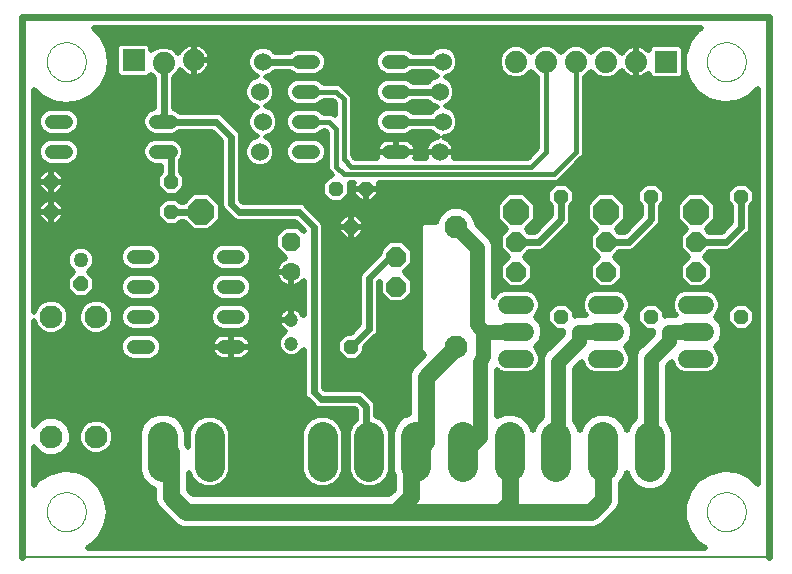
<source format=gtl>
G75*
%MOIN*%
%OFA0B0*%
%FSLAX24Y24*%
%IPPOS*%
%LPD*%
%AMOC8*
5,1,8,0,0,1.08239X$1,22.5*
%
%ADD10C,0.0080*%
%ADD11C,0.0240*%
%ADD12C,0.0600*%
%ADD13C,0.0000*%
%ADD14OC8,0.0500*%
%ADD15C,0.0500*%
%ADD16OC8,0.0630*%
%ADD17C,0.0630*%
%ADD18OC8,0.0480*%
%ADD19OC8,0.0660*%
%ADD20C,0.0480*%
%ADD21C,0.0472*%
%ADD22C,0.0760*%
%ADD23R,0.0740X0.0740*%
%ADD24C,0.0740*%
%ADD25C,0.0600*%
%ADD26OC8,0.0850*%
%ADD27C,0.1004*%
%ADD28C,0.0560*%
%ADD29C,0.0500*%
%ADD30C,0.0160*%
%ADD31C,0.0200*%
D10*
X006373Y004935D02*
X031273Y004935D01*
X020383Y019435D02*
X020333Y019435D01*
X020283Y020435D02*
X020233Y020435D01*
X020333Y021435D02*
X020383Y021435D01*
D11*
X006373Y022931D02*
X006373Y004935D01*
X016083Y010435D02*
X016083Y015935D01*
X015583Y016435D01*
X013583Y016435D01*
X013333Y016685D01*
X013333Y018935D01*
X012833Y019435D01*
X010833Y019435D01*
X011083Y019685D01*
X011083Y021385D01*
X010833Y018435D02*
X011333Y018435D01*
X011333Y017435D01*
X011333Y016435D02*
X012333Y016435D01*
X017333Y011935D02*
X017933Y012535D01*
X017933Y014235D01*
X018633Y014935D01*
X018833Y014935D01*
X022833Y015435D02*
X023583Y015435D01*
X024333Y016185D01*
X024333Y016935D01*
X025833Y015435D02*
X026583Y015435D01*
X027333Y016185D01*
X027333Y016935D01*
X028833Y015435D02*
X029833Y015435D01*
X030333Y015935D01*
X030333Y016935D01*
X031273Y022931D02*
X006373Y022931D01*
X014383Y021435D02*
X015833Y021435D01*
X018833Y021435D02*
X020333Y021435D01*
X020233Y020435D02*
X018833Y020435D01*
X018833Y019435D02*
X020333Y019435D01*
X016083Y010435D02*
X016333Y010185D01*
X017583Y010185D01*
X017833Y009935D01*
X017833Y008685D01*
X017935Y008435D01*
X031273Y004935D02*
X031273Y022931D01*
D12*
X029133Y013335D02*
X028533Y013335D01*
X028533Y012435D02*
X029133Y012435D01*
X029133Y011535D02*
X028533Y011535D01*
X026133Y011535D02*
X025533Y011535D01*
X025533Y012435D02*
X026133Y012435D01*
X026133Y013335D02*
X025533Y013335D01*
X023133Y013335D02*
X022533Y013335D01*
X022533Y012435D02*
X023133Y012435D01*
X023133Y011535D02*
X022533Y011535D01*
D13*
X029183Y006435D02*
X029185Y006485D01*
X029191Y006535D01*
X029201Y006585D01*
X029214Y006633D01*
X029231Y006681D01*
X029252Y006727D01*
X029276Y006771D01*
X029304Y006813D01*
X029335Y006853D01*
X029369Y006890D01*
X029406Y006925D01*
X029445Y006956D01*
X029486Y006985D01*
X029530Y007010D01*
X029576Y007032D01*
X029623Y007050D01*
X029671Y007064D01*
X029720Y007075D01*
X029770Y007082D01*
X029820Y007085D01*
X029871Y007084D01*
X029921Y007079D01*
X029971Y007070D01*
X030019Y007058D01*
X030067Y007041D01*
X030113Y007021D01*
X030158Y006998D01*
X030201Y006971D01*
X030241Y006941D01*
X030279Y006908D01*
X030314Y006872D01*
X030347Y006833D01*
X030376Y006792D01*
X030402Y006749D01*
X030425Y006704D01*
X030444Y006657D01*
X030459Y006609D01*
X030471Y006560D01*
X030479Y006510D01*
X030483Y006460D01*
X030483Y006410D01*
X030479Y006360D01*
X030471Y006310D01*
X030459Y006261D01*
X030444Y006213D01*
X030425Y006166D01*
X030402Y006121D01*
X030376Y006078D01*
X030347Y006037D01*
X030314Y005998D01*
X030279Y005962D01*
X030241Y005929D01*
X030201Y005899D01*
X030158Y005872D01*
X030113Y005849D01*
X030067Y005829D01*
X030019Y005812D01*
X029971Y005800D01*
X029921Y005791D01*
X029871Y005786D01*
X029820Y005785D01*
X029770Y005788D01*
X029720Y005795D01*
X029671Y005806D01*
X029623Y005820D01*
X029576Y005838D01*
X029530Y005860D01*
X029486Y005885D01*
X029445Y005914D01*
X029406Y005945D01*
X029369Y005980D01*
X029335Y006017D01*
X029304Y006057D01*
X029276Y006099D01*
X029252Y006143D01*
X029231Y006189D01*
X029214Y006237D01*
X029201Y006285D01*
X029191Y006335D01*
X029185Y006385D01*
X029183Y006435D01*
X029183Y021435D02*
X029185Y021485D01*
X029191Y021535D01*
X029201Y021585D01*
X029214Y021633D01*
X029231Y021681D01*
X029252Y021727D01*
X029276Y021771D01*
X029304Y021813D01*
X029335Y021853D01*
X029369Y021890D01*
X029406Y021925D01*
X029445Y021956D01*
X029486Y021985D01*
X029530Y022010D01*
X029576Y022032D01*
X029623Y022050D01*
X029671Y022064D01*
X029720Y022075D01*
X029770Y022082D01*
X029820Y022085D01*
X029871Y022084D01*
X029921Y022079D01*
X029971Y022070D01*
X030019Y022058D01*
X030067Y022041D01*
X030113Y022021D01*
X030158Y021998D01*
X030201Y021971D01*
X030241Y021941D01*
X030279Y021908D01*
X030314Y021872D01*
X030347Y021833D01*
X030376Y021792D01*
X030402Y021749D01*
X030425Y021704D01*
X030444Y021657D01*
X030459Y021609D01*
X030471Y021560D01*
X030479Y021510D01*
X030483Y021460D01*
X030483Y021410D01*
X030479Y021360D01*
X030471Y021310D01*
X030459Y021261D01*
X030444Y021213D01*
X030425Y021166D01*
X030402Y021121D01*
X030376Y021078D01*
X030347Y021037D01*
X030314Y020998D01*
X030279Y020962D01*
X030241Y020929D01*
X030201Y020899D01*
X030158Y020872D01*
X030113Y020849D01*
X030067Y020829D01*
X030019Y020812D01*
X029971Y020800D01*
X029921Y020791D01*
X029871Y020786D01*
X029820Y020785D01*
X029770Y020788D01*
X029720Y020795D01*
X029671Y020806D01*
X029623Y020820D01*
X029576Y020838D01*
X029530Y020860D01*
X029486Y020885D01*
X029445Y020914D01*
X029406Y020945D01*
X029369Y020980D01*
X029335Y021017D01*
X029304Y021057D01*
X029276Y021099D01*
X029252Y021143D01*
X029231Y021189D01*
X029214Y021237D01*
X029201Y021285D01*
X029191Y021335D01*
X029185Y021385D01*
X029183Y021435D01*
X007183Y021435D02*
X007185Y021485D01*
X007191Y021535D01*
X007201Y021585D01*
X007214Y021633D01*
X007231Y021681D01*
X007252Y021727D01*
X007276Y021771D01*
X007304Y021813D01*
X007335Y021853D01*
X007369Y021890D01*
X007406Y021925D01*
X007445Y021956D01*
X007486Y021985D01*
X007530Y022010D01*
X007576Y022032D01*
X007623Y022050D01*
X007671Y022064D01*
X007720Y022075D01*
X007770Y022082D01*
X007820Y022085D01*
X007871Y022084D01*
X007921Y022079D01*
X007971Y022070D01*
X008019Y022058D01*
X008067Y022041D01*
X008113Y022021D01*
X008158Y021998D01*
X008201Y021971D01*
X008241Y021941D01*
X008279Y021908D01*
X008314Y021872D01*
X008347Y021833D01*
X008376Y021792D01*
X008402Y021749D01*
X008425Y021704D01*
X008444Y021657D01*
X008459Y021609D01*
X008471Y021560D01*
X008479Y021510D01*
X008483Y021460D01*
X008483Y021410D01*
X008479Y021360D01*
X008471Y021310D01*
X008459Y021261D01*
X008444Y021213D01*
X008425Y021166D01*
X008402Y021121D01*
X008376Y021078D01*
X008347Y021037D01*
X008314Y020998D01*
X008279Y020962D01*
X008241Y020929D01*
X008201Y020899D01*
X008158Y020872D01*
X008113Y020849D01*
X008067Y020829D01*
X008019Y020812D01*
X007971Y020800D01*
X007921Y020791D01*
X007871Y020786D01*
X007820Y020785D01*
X007770Y020788D01*
X007720Y020795D01*
X007671Y020806D01*
X007623Y020820D01*
X007576Y020838D01*
X007530Y020860D01*
X007486Y020885D01*
X007445Y020914D01*
X007406Y020945D01*
X007369Y020980D01*
X007335Y021017D01*
X007304Y021057D01*
X007276Y021099D01*
X007252Y021143D01*
X007231Y021189D01*
X007214Y021237D01*
X007201Y021285D01*
X007191Y021335D01*
X007185Y021385D01*
X007183Y021435D01*
X007183Y006435D02*
X007185Y006485D01*
X007191Y006535D01*
X007201Y006585D01*
X007214Y006633D01*
X007231Y006681D01*
X007252Y006727D01*
X007276Y006771D01*
X007304Y006813D01*
X007335Y006853D01*
X007369Y006890D01*
X007406Y006925D01*
X007445Y006956D01*
X007486Y006985D01*
X007530Y007010D01*
X007576Y007032D01*
X007623Y007050D01*
X007671Y007064D01*
X007720Y007075D01*
X007770Y007082D01*
X007820Y007085D01*
X007871Y007084D01*
X007921Y007079D01*
X007971Y007070D01*
X008019Y007058D01*
X008067Y007041D01*
X008113Y007021D01*
X008158Y006998D01*
X008201Y006971D01*
X008241Y006941D01*
X008279Y006908D01*
X008314Y006872D01*
X008347Y006833D01*
X008376Y006792D01*
X008402Y006749D01*
X008425Y006704D01*
X008444Y006657D01*
X008459Y006609D01*
X008471Y006560D01*
X008479Y006510D01*
X008483Y006460D01*
X008483Y006410D01*
X008479Y006360D01*
X008471Y006310D01*
X008459Y006261D01*
X008444Y006213D01*
X008425Y006166D01*
X008402Y006121D01*
X008376Y006078D01*
X008347Y006037D01*
X008314Y005998D01*
X008279Y005962D01*
X008241Y005929D01*
X008201Y005899D01*
X008158Y005872D01*
X008113Y005849D01*
X008067Y005829D01*
X008019Y005812D01*
X007971Y005800D01*
X007921Y005791D01*
X007871Y005786D01*
X007820Y005785D01*
X007770Y005788D01*
X007720Y005795D01*
X007671Y005806D01*
X007623Y005820D01*
X007576Y005838D01*
X007530Y005860D01*
X007486Y005885D01*
X007445Y005914D01*
X007406Y005945D01*
X007369Y005980D01*
X007335Y006017D01*
X007304Y006057D01*
X007276Y006099D01*
X007252Y006143D01*
X007231Y006189D01*
X007214Y006237D01*
X007201Y006285D01*
X007191Y006335D01*
X007185Y006385D01*
X007183Y006435D01*
D14*
X008333Y014035D03*
D15*
X008333Y014835D03*
D16*
X015333Y015435D03*
D17*
X015333Y014435D03*
D18*
X017333Y015935D03*
X017833Y017185D03*
X016833Y017185D03*
X017333Y011935D03*
X011333Y016435D03*
X011333Y017435D03*
X007333Y017435D03*
X007333Y016435D03*
X024333Y016935D03*
X027333Y016935D03*
X030333Y016935D03*
X030333Y012935D03*
X027333Y012935D03*
X024333Y012935D03*
D19*
X025833Y014435D03*
X025833Y015435D03*
X022833Y015435D03*
X022833Y014435D03*
X018833Y013935D03*
X018833Y014935D03*
X028833Y014435D03*
X028833Y015435D03*
D20*
X019073Y018435D02*
X018593Y018435D01*
X018593Y019435D02*
X019073Y019435D01*
X019073Y020435D02*
X018593Y020435D01*
X018593Y021435D02*
X019073Y021435D01*
X016073Y021435D02*
X015593Y021435D01*
X015593Y020435D02*
X016073Y020435D01*
X016073Y019435D02*
X015593Y019435D01*
X015593Y018435D02*
X016073Y018435D01*
X013573Y014935D02*
X013093Y014935D01*
X013093Y013935D02*
X013573Y013935D01*
X013573Y012935D02*
X013093Y012935D01*
X013093Y011935D02*
X013573Y011935D01*
X010573Y011935D02*
X010093Y011935D01*
X010093Y012935D02*
X010573Y012935D01*
X010573Y013935D02*
X010093Y013935D01*
X010093Y014935D02*
X010573Y014935D01*
X010833Y018435D02*
X011313Y018435D01*
X011313Y019435D02*
X010833Y019435D01*
X007833Y019435D02*
X007353Y019435D01*
X007353Y018435D02*
X007833Y018435D01*
D21*
X015333Y012829D03*
X015333Y012041D03*
D22*
X020833Y011935D03*
X020833Y015935D03*
X008833Y012935D03*
X007333Y012935D03*
X007333Y008935D03*
X008833Y008935D03*
D23*
X010083Y021485D03*
X027833Y021435D03*
D24*
X026833Y021435D03*
X025833Y021435D03*
X024833Y021435D03*
X023833Y021435D03*
X022833Y021435D03*
X012083Y021485D03*
X011083Y021385D03*
D25*
X014383Y021435D03*
X014283Y020435D03*
X014383Y019435D03*
X014283Y018435D03*
X020283Y018435D03*
X020383Y019435D03*
X020283Y020435D03*
X020383Y021435D03*
D26*
X022833Y016435D03*
X025833Y016435D03*
X028833Y016435D03*
X012333Y016435D03*
D27*
X012612Y008937D02*
X012612Y007933D01*
X011053Y007933D02*
X011053Y008937D01*
X016376Y008937D02*
X016376Y007933D01*
X017935Y007933D02*
X017935Y008937D01*
X019494Y008937D02*
X019494Y007933D01*
X021053Y007933D02*
X021053Y008937D01*
X022612Y008937D02*
X022612Y007933D01*
X024172Y007933D02*
X024172Y008937D01*
X025731Y008937D02*
X025731Y007933D01*
X027290Y007933D02*
X027290Y008937D01*
D28*
X025731Y008435D02*
X025731Y006833D01*
X025333Y006435D01*
X022333Y006435D01*
X018833Y006435D01*
X019333Y006935D01*
X019333Y008274D01*
X019494Y008435D01*
X019833Y008774D01*
X019833Y010935D01*
X020833Y011935D01*
X022612Y008435D02*
X022612Y006715D01*
X022333Y006435D01*
X018833Y006435D02*
X011833Y006435D01*
X011333Y006935D01*
X011333Y007435D01*
X011333Y008435D01*
X011053Y008435D01*
D29*
X021053Y008435D02*
X021133Y008435D01*
X021633Y008935D01*
X021633Y011435D01*
X021733Y011635D01*
X021733Y012435D01*
X022833Y012435D01*
X021733Y012435D02*
X021533Y012685D01*
X021533Y015235D01*
X020833Y015935D01*
X024933Y012435D02*
X024933Y012135D01*
X024233Y011435D01*
X024233Y008435D01*
X024172Y008435D01*
X027290Y008435D02*
X027333Y008435D01*
X027333Y011535D01*
X027933Y012135D01*
X027933Y012435D01*
X028833Y012435D01*
X025833Y012435D02*
X024933Y012435D01*
D30*
X024083Y017685D02*
X024833Y018435D01*
X024833Y021435D01*
X023833Y021435D02*
X023833Y018435D01*
X023333Y017935D01*
X017333Y017935D01*
X017083Y018185D01*
X017083Y020185D01*
X016833Y020435D01*
X015833Y020435D01*
X015833Y019435D02*
X016583Y019435D01*
X016833Y019185D01*
X016833Y017935D01*
X017083Y017685D01*
X024083Y017685D01*
D31*
X024167Y017395D02*
X024253Y017431D01*
X025003Y018181D01*
X025087Y018265D01*
X025133Y018375D01*
X025133Y020921D01*
X025167Y020935D01*
X025333Y021101D01*
X025499Y020935D01*
X025716Y020845D01*
X025950Y020845D01*
X026167Y020935D01*
X026333Y021101D01*
X026347Y021134D01*
X026398Y021064D01*
X026462Y021000D01*
X026534Y020947D01*
X026614Y020907D01*
X026699Y020879D01*
X026788Y020865D01*
X026833Y020865D01*
X026878Y020865D01*
X026966Y020879D01*
X027052Y020907D01*
X027132Y020947D01*
X027204Y021000D01*
X027243Y021039D01*
X027243Y020974D01*
X027372Y020845D01*
X028294Y020845D01*
X028423Y020974D01*
X028423Y021896D01*
X028294Y022025D01*
X027372Y022025D01*
X027243Y021896D01*
X027243Y021831D01*
X027204Y021870D01*
X027132Y021923D01*
X027052Y021963D01*
X026966Y021991D01*
X026878Y022005D01*
X026833Y022005D01*
X026833Y021435D01*
X026833Y021435D01*
X026833Y020865D01*
X026833Y021435D01*
X026833Y021435D01*
X026833Y022005D01*
X026788Y022005D01*
X026699Y021991D01*
X026614Y021963D01*
X026534Y021923D01*
X026462Y021870D01*
X026398Y021806D01*
X026347Y021736D01*
X026333Y021769D01*
X026167Y021935D01*
X025950Y022025D01*
X025716Y022025D01*
X025499Y021935D01*
X025333Y021769D01*
X025167Y021935D01*
X024950Y022025D01*
X024716Y022025D01*
X024499Y021935D01*
X024333Y021769D01*
X024167Y021935D01*
X023950Y022025D01*
X023716Y022025D01*
X023499Y021935D01*
X023333Y021769D01*
X023167Y021935D01*
X022950Y022025D01*
X022716Y022025D01*
X022499Y021935D01*
X022333Y021769D01*
X022243Y021552D01*
X022243Y021318D01*
X022333Y021101D01*
X022499Y020935D01*
X022716Y020845D01*
X022950Y020845D01*
X023167Y020935D01*
X023333Y021101D01*
X023499Y020935D01*
X023533Y020921D01*
X023533Y018559D01*
X023209Y018235D01*
X020742Y018235D01*
X020746Y018243D01*
X020771Y018318D01*
X020783Y018396D01*
X020783Y018435D01*
X020783Y018474D01*
X020771Y018552D01*
X020746Y018627D01*
X020711Y018697D01*
X020664Y018761D01*
X020609Y018816D01*
X020545Y018863D01*
X020475Y018898D01*
X020424Y018915D01*
X020486Y018915D01*
X020677Y018994D01*
X020824Y019140D01*
X020903Y019332D01*
X020903Y019538D01*
X020824Y019730D01*
X020677Y019876D01*
X020486Y019955D01*
X020483Y019955D01*
X020577Y019994D01*
X020724Y020140D01*
X020803Y020332D01*
X020803Y020538D01*
X020724Y020730D01*
X020577Y020876D01*
X020483Y020915D01*
X020486Y020915D01*
X020677Y020994D01*
X020824Y021140D01*
X020903Y021332D01*
X020903Y021538D01*
X020824Y021730D01*
X020677Y021876D01*
X020486Y021955D01*
X020280Y021955D01*
X020088Y021876D01*
X019988Y021775D01*
X019383Y021775D01*
X019334Y021825D01*
X019164Y021895D01*
X018501Y021895D01*
X018332Y021825D01*
X018203Y021696D01*
X018133Y021526D01*
X018133Y021343D01*
X018203Y021174D01*
X018332Y021045D01*
X018501Y020975D01*
X019164Y020975D01*
X019334Y021045D01*
X019383Y021095D01*
X019988Y021095D01*
X020088Y020994D01*
X020183Y020955D01*
X020180Y020955D01*
X019988Y020876D01*
X019888Y020775D01*
X019383Y020775D01*
X019334Y020825D01*
X019164Y020895D01*
X018501Y020895D01*
X018332Y020825D01*
X018203Y020696D01*
X018133Y020526D01*
X018133Y020343D01*
X018203Y020174D01*
X018332Y020045D01*
X018501Y019975D01*
X019164Y019975D01*
X019334Y020045D01*
X019383Y020095D01*
X019888Y020095D01*
X019988Y019994D01*
X020180Y019915D01*
X020183Y019915D01*
X020088Y019876D01*
X019988Y019775D01*
X019383Y019775D01*
X019334Y019825D01*
X019164Y019895D01*
X018501Y019895D01*
X018332Y019825D01*
X018203Y019696D01*
X018133Y019526D01*
X018133Y019343D01*
X018203Y019174D01*
X018332Y019045D01*
X018501Y018975D01*
X019164Y018975D01*
X019334Y019045D01*
X019383Y019095D01*
X019988Y019095D01*
X020088Y018994D01*
X020235Y018934D01*
X020166Y018923D01*
X020091Y018898D01*
X020021Y018863D01*
X019957Y018816D01*
X019902Y018761D01*
X019855Y018697D01*
X019820Y018627D01*
X019795Y018552D01*
X019783Y018474D01*
X019783Y018435D01*
X019783Y018396D01*
X019795Y018318D01*
X019820Y018243D01*
X019824Y018235D01*
X019465Y018235D01*
X019481Y018266D01*
X019502Y018332D01*
X019513Y018400D01*
X019513Y018435D01*
X019513Y018470D01*
X019502Y018538D01*
X019481Y018604D01*
X019449Y018666D01*
X019409Y018722D01*
X019360Y018771D01*
X019304Y018811D01*
X019242Y018843D01*
X019176Y018864D01*
X019108Y018875D01*
X018833Y018875D01*
X018833Y018435D01*
X019513Y018435D01*
X018833Y018435D01*
X018833Y018435D01*
X018833Y018435D01*
X018833Y018875D01*
X018558Y018875D01*
X018490Y018864D01*
X018424Y018843D01*
X018362Y018811D01*
X018306Y018771D01*
X018257Y018722D01*
X018217Y018666D01*
X018185Y018604D01*
X018164Y018538D01*
X018153Y018470D01*
X018153Y018435D01*
X018153Y018400D01*
X018164Y018332D01*
X018185Y018266D01*
X018201Y018235D01*
X017457Y018235D01*
X017383Y018309D01*
X017383Y020245D01*
X017337Y020355D01*
X017087Y020605D01*
X017003Y020689D01*
X016893Y020735D01*
X016423Y020735D01*
X016334Y020825D01*
X016164Y020895D01*
X015501Y020895D01*
X015332Y020825D01*
X015203Y020696D01*
X015133Y020526D01*
X015133Y020343D01*
X015203Y020174D01*
X015332Y020045D01*
X015501Y019975D01*
X016164Y019975D01*
X016334Y020045D01*
X016423Y020135D01*
X016709Y020135D01*
X016783Y020061D01*
X016783Y019659D01*
X016753Y019689D01*
X016643Y019735D01*
X016423Y019735D01*
X016334Y019825D01*
X016164Y019895D01*
X015501Y019895D01*
X015332Y019825D01*
X015203Y019696D01*
X015133Y019526D01*
X015133Y019343D01*
X015203Y019174D01*
X015332Y019045D01*
X015501Y018975D01*
X016164Y018975D01*
X016334Y019045D01*
X016423Y019135D01*
X016459Y019135D01*
X016533Y019061D01*
X016533Y017875D01*
X016579Y017765D01*
X016663Y017681D01*
X016699Y017645D01*
X016642Y017645D01*
X016373Y017376D01*
X016373Y016994D01*
X016642Y016725D01*
X017023Y016725D01*
X017293Y016994D01*
X017293Y017376D01*
X017283Y017385D01*
X017411Y017385D01*
X017393Y017367D01*
X017393Y017185D01*
X017393Y017003D01*
X017651Y016745D01*
X017833Y016745D01*
X018015Y016745D01*
X018273Y017003D01*
X018273Y017185D01*
X018273Y017367D01*
X018255Y017385D01*
X024132Y017385D01*
X023873Y017126D01*
X023873Y016744D01*
X023993Y016624D01*
X023993Y016326D01*
X023442Y015775D01*
X023271Y015775D01*
X023178Y015868D01*
X023478Y016168D01*
X023478Y016702D01*
X023100Y017080D01*
X022566Y017080D01*
X022188Y016702D01*
X022188Y016168D01*
X022488Y015868D01*
X022283Y015663D01*
X022283Y015207D01*
X022555Y014935D01*
X022283Y014663D01*
X022283Y014207D01*
X022605Y013885D01*
X023061Y013885D01*
X023383Y014207D01*
X023383Y014663D01*
X023111Y014935D01*
X023271Y015095D01*
X023651Y015095D01*
X023776Y015147D01*
X024526Y015897D01*
X024621Y015992D01*
X024673Y016117D01*
X024673Y016624D01*
X024793Y016744D01*
X024793Y017126D01*
X024523Y017395D01*
X024167Y017395D01*
X024263Y017441D02*
X030903Y017441D01*
X030903Y017639D02*
X024461Y017639D01*
X024660Y017838D02*
X030903Y017838D01*
X030903Y018036D02*
X024858Y018036D01*
X025057Y018235D02*
X030903Y018235D01*
X030903Y018433D02*
X025133Y018433D01*
X025133Y018632D02*
X030903Y018632D01*
X030903Y018830D02*
X025133Y018830D01*
X025133Y019029D02*
X030903Y019029D01*
X030903Y019227D02*
X025133Y019227D01*
X025133Y019426D02*
X030903Y019426D01*
X030903Y019624D02*
X025133Y019624D01*
X025133Y019823D02*
X030903Y019823D01*
X030903Y020021D02*
X025133Y020021D01*
X025133Y020220D02*
X029136Y020220D01*
X029263Y020136D02*
X029263Y020136D01*
X029716Y020022D01*
X030181Y020060D01*
X030609Y020248D01*
X030903Y020519D01*
X030903Y007351D01*
X030609Y007622D01*
X030609Y007622D01*
X030181Y007810D01*
X029716Y007848D01*
X029716Y007848D01*
X029263Y007734D01*
X028873Y007478D01*
X028586Y007110D01*
X028434Y006668D01*
X028434Y006202D01*
X028586Y005760D01*
X028873Y005392D01*
X029128Y005225D01*
X008556Y005225D01*
X008609Y005248D01*
X008952Y005564D01*
X009174Y005975D01*
X009251Y006435D01*
X009174Y006895D01*
X008952Y007306D01*
X008609Y007622D01*
X008609Y007622D01*
X008181Y007810D01*
X007716Y007848D01*
X007716Y007848D01*
X007263Y007734D01*
X006873Y007478D01*
X006743Y007312D01*
X006743Y008582D01*
X006756Y008550D01*
X006948Y008359D01*
X007198Y008255D01*
X007468Y008255D01*
X007718Y008359D01*
X007909Y008550D01*
X008013Y008800D01*
X008013Y009070D01*
X007909Y009320D01*
X007718Y009511D01*
X007468Y009615D01*
X007198Y009615D01*
X006948Y009511D01*
X006756Y009320D01*
X006743Y009288D01*
X006743Y012792D01*
X006824Y012595D01*
X006993Y012426D01*
X007214Y012335D01*
X007452Y012335D01*
X007673Y012426D01*
X007842Y012595D01*
X007933Y012816D01*
X007933Y013054D01*
X007842Y013275D01*
X007673Y013444D01*
X007452Y013535D01*
X007214Y013535D01*
X006993Y013444D01*
X006824Y013275D01*
X006743Y013078D01*
X006743Y020488D01*
X006976Y020255D01*
X007382Y020048D01*
X007382Y020048D01*
X007833Y019977D01*
X008283Y020048D01*
X008283Y020048D01*
X008690Y020255D01*
X009013Y020578D01*
X009220Y020984D01*
X009220Y020984D01*
X009291Y021435D01*
X009220Y021886D01*
X009013Y022292D01*
X009013Y022292D01*
X009013Y022292D01*
X008743Y022561D01*
X028999Y022561D01*
X028873Y022478D01*
X028586Y022110D01*
X028434Y021668D01*
X028434Y021202D01*
X028586Y020760D01*
X028873Y020392D01*
X029263Y020136D01*
X028873Y020392D02*
X028873Y020392D01*
X028873Y020392D01*
X028852Y020418D02*
X025133Y020418D01*
X025133Y020617D02*
X028698Y020617D01*
X028586Y020760D02*
X028586Y020760D01*
X028567Y020815D02*
X025133Y020815D01*
X025246Y021014D02*
X025420Y021014D01*
X025371Y021808D02*
X025295Y021808D01*
X024996Y022006D02*
X025670Y022006D01*
X025996Y022006D02*
X027353Y022006D01*
X026833Y021808D02*
X026833Y021808D01*
X026833Y021609D02*
X026833Y021609D01*
X026833Y021411D02*
X026833Y021411D01*
X026833Y021212D02*
X026833Y021212D01*
X026833Y021014D02*
X026833Y021014D01*
X027218Y021014D02*
X027243Y021014D01*
X026448Y021014D02*
X026246Y021014D01*
X026295Y021808D02*
X026399Y021808D01*
X024670Y022006D02*
X023996Y022006D01*
X023670Y022006D02*
X022996Y022006D01*
X022670Y022006D02*
X012316Y022006D01*
X012302Y022013D02*
X012382Y021973D01*
X012454Y021920D01*
X012518Y021856D01*
X012570Y021784D01*
X012611Y021704D01*
X012639Y021618D01*
X012653Y021530D01*
X012653Y021485D01*
X012083Y021485D01*
X012083Y021485D01*
X012653Y021485D01*
X012653Y021440D01*
X012639Y021352D01*
X012611Y021266D01*
X012570Y021186D01*
X012518Y021114D01*
X012454Y021050D01*
X012382Y020997D01*
X012302Y020957D01*
X012216Y020929D01*
X012128Y020915D01*
X012083Y020915D01*
X012083Y021485D01*
X012083Y021485D01*
X012083Y021485D01*
X012083Y022055D01*
X012128Y022055D01*
X012216Y022041D01*
X012302Y022013D01*
X012083Y022006D02*
X012083Y022006D01*
X012083Y022055D02*
X012038Y022055D01*
X011949Y022041D01*
X011864Y022013D01*
X011784Y021973D01*
X011712Y021920D01*
X011648Y021856D01*
X011595Y021784D01*
X011569Y021733D01*
X011417Y021885D01*
X011200Y021975D01*
X010966Y021975D01*
X010749Y021885D01*
X010673Y021809D01*
X010673Y021946D01*
X010544Y022075D01*
X009622Y022075D01*
X009493Y021946D01*
X009493Y021024D01*
X009622Y020895D01*
X010544Y020895D01*
X010641Y020992D01*
X010743Y020891D01*
X010743Y019895D01*
X010741Y019895D01*
X010572Y019825D01*
X010443Y019696D01*
X010373Y019526D01*
X010373Y019343D01*
X010443Y019174D01*
X010572Y019045D01*
X010741Y018975D01*
X011404Y018975D01*
X011574Y019045D01*
X011623Y019095D01*
X012692Y019095D01*
X012993Y018794D01*
X012993Y016617D01*
X013045Y016492D01*
X013390Y016147D01*
X013515Y016095D01*
X015442Y016095D01*
X015743Y015794D01*
X015743Y015782D01*
X015555Y015970D01*
X015111Y015970D01*
X014798Y015657D01*
X014798Y015213D01*
X015111Y014900D01*
X015063Y014875D01*
X014997Y014828D01*
X014940Y014770D01*
X014892Y014705D01*
X014856Y014633D01*
X014831Y014556D01*
X014818Y014476D01*
X014818Y014435D01*
X014818Y014394D01*
X014831Y014314D01*
X014856Y014237D01*
X014892Y014165D01*
X014940Y014099D01*
X014997Y014042D01*
X015063Y013995D01*
X015135Y013958D01*
X015212Y013933D01*
X015292Y013920D01*
X015333Y013920D01*
X015373Y013920D01*
X015454Y013933D01*
X015531Y013958D01*
X015603Y013995D01*
X015668Y014042D01*
X015726Y014099D01*
X015743Y014123D01*
X015743Y012978D01*
X015737Y012996D01*
X015706Y013057D01*
X015666Y013113D01*
X015617Y013161D01*
X015562Y013202D01*
X015500Y013233D01*
X015435Y013254D01*
X015367Y013265D01*
X015333Y013265D01*
X015333Y012829D01*
X015333Y012829D01*
X015333Y013265D01*
X015299Y013265D01*
X015231Y013254D01*
X015165Y013233D01*
X015104Y013202D01*
X015049Y013161D01*
X015000Y013113D01*
X014960Y013057D01*
X014929Y012996D01*
X014907Y012931D01*
X014897Y012863D01*
X014897Y012829D01*
X015333Y012829D01*
X015333Y012829D01*
X014897Y012829D01*
X014897Y012794D01*
X014907Y012727D01*
X014929Y012661D01*
X014960Y012600D01*
X015000Y012545D01*
X015049Y012496D01*
X015104Y012456D01*
X015121Y012447D01*
X015075Y012428D01*
X014946Y012300D01*
X014877Y012132D01*
X014877Y011951D01*
X014946Y011783D01*
X015075Y011655D01*
X015242Y011585D01*
X015424Y011585D01*
X015591Y011655D01*
X015720Y011783D01*
X015743Y011839D01*
X015743Y010367D01*
X015795Y010242D01*
X015890Y010147D01*
X016045Y009992D01*
X016140Y009897D01*
X016265Y009845D01*
X017442Y009845D01*
X017493Y009794D01*
X017493Y009516D01*
X017323Y009346D01*
X017213Y009081D01*
X017213Y007789D01*
X017323Y007524D01*
X017526Y007321D01*
X017792Y007211D01*
X018079Y007211D01*
X018344Y007321D01*
X018547Y007524D01*
X018657Y007789D01*
X018657Y009081D01*
X018547Y009346D01*
X018344Y009549D01*
X018173Y009620D01*
X018173Y010003D01*
X018121Y010128D01*
X018026Y010223D01*
X017776Y010473D01*
X017651Y010525D01*
X016474Y010525D01*
X016423Y010576D01*
X016423Y016003D01*
X016371Y016128D01*
X015871Y016628D01*
X015776Y016723D01*
X015651Y016775D01*
X013724Y016775D01*
X013673Y016826D01*
X013673Y019003D01*
X013621Y019128D01*
X013121Y019628D01*
X013026Y019723D01*
X012901Y019775D01*
X011623Y019775D01*
X011574Y019825D01*
X011423Y019887D01*
X011423Y020891D01*
X011583Y021051D01*
X011623Y021148D01*
X011648Y021114D01*
X011712Y021050D01*
X011784Y020997D01*
X011864Y020957D01*
X011949Y020929D01*
X012038Y020915D01*
X012083Y020915D01*
X012083Y021485D01*
X012083Y022055D01*
X011850Y022006D02*
X010613Y022006D01*
X011495Y021808D02*
X011613Y021808D01*
X012083Y021808D02*
X012083Y021808D01*
X012083Y021609D02*
X012083Y021609D01*
X012083Y021411D02*
X012083Y021411D01*
X012083Y021212D02*
X012083Y021212D01*
X012083Y021014D02*
X012083Y021014D01*
X012404Y021014D02*
X014069Y021014D01*
X014088Y020994D02*
X014183Y020955D01*
X014180Y020955D01*
X013988Y020876D01*
X013842Y020730D01*
X013763Y020538D01*
X013763Y020332D01*
X013842Y020140D01*
X013988Y019994D01*
X014180Y019915D01*
X014183Y019915D01*
X014088Y019876D01*
X013942Y019730D01*
X013863Y019538D01*
X013863Y019332D01*
X013942Y019140D01*
X014088Y018994D01*
X014183Y018955D01*
X014180Y018955D01*
X013988Y018876D01*
X013842Y018730D01*
X013763Y018538D01*
X013763Y018332D01*
X013842Y018140D01*
X013988Y017994D01*
X014180Y017915D01*
X014386Y017915D01*
X014577Y017994D01*
X014724Y018140D01*
X014803Y018332D01*
X014803Y018538D01*
X014724Y018730D01*
X014577Y018876D01*
X014483Y018915D01*
X014486Y018915D01*
X014677Y018994D01*
X014824Y019140D01*
X014903Y019332D01*
X014903Y019538D01*
X014824Y019730D01*
X014677Y019876D01*
X014486Y019955D01*
X014483Y019955D01*
X014577Y019994D01*
X014724Y020140D01*
X014803Y020332D01*
X014803Y020538D01*
X014724Y020730D01*
X014577Y020876D01*
X014483Y020915D01*
X014486Y020915D01*
X014677Y020994D01*
X014778Y021095D01*
X015282Y021095D01*
X015332Y021045D01*
X015501Y020975D01*
X016164Y020975D01*
X016334Y021045D01*
X016463Y021174D01*
X016533Y021343D01*
X016533Y021526D01*
X016463Y021696D01*
X016334Y021825D01*
X016164Y021895D01*
X015501Y021895D01*
X015332Y021825D01*
X015282Y021775D01*
X014778Y021775D01*
X014677Y021876D01*
X014486Y021955D01*
X014280Y021955D01*
X014088Y021876D01*
X013942Y021730D01*
X013863Y021538D01*
X013863Y021332D01*
X013942Y021140D01*
X014088Y020994D01*
X013928Y020815D02*
X011423Y020815D01*
X011423Y020617D02*
X013795Y020617D01*
X013763Y020418D02*
X011423Y020418D01*
X011423Y020220D02*
X013809Y020220D01*
X013962Y020021D02*
X011423Y020021D01*
X011576Y019823D02*
X014035Y019823D01*
X013898Y019624D02*
X013125Y019624D01*
X013121Y019628D02*
X013121Y019628D01*
X013323Y019426D02*
X013863Y019426D01*
X013906Y019227D02*
X013522Y019227D01*
X013662Y019029D02*
X014054Y019029D01*
X013943Y018830D02*
X013673Y018830D01*
X013673Y018632D02*
X013801Y018632D01*
X013763Y018433D02*
X013673Y018433D01*
X013673Y018235D02*
X013803Y018235D01*
X013673Y018036D02*
X013947Y018036D01*
X013673Y017838D02*
X016549Y017838D01*
X016663Y017681D02*
X016663Y017681D01*
X016636Y017639D02*
X013673Y017639D01*
X013673Y017441D02*
X016438Y017441D01*
X016373Y017242D02*
X013673Y017242D01*
X013673Y017044D02*
X016373Y017044D01*
X016522Y016845D02*
X013673Y016845D01*
X012993Y016845D02*
X012835Y016845D01*
X012978Y016702D02*
X012600Y017080D01*
X012066Y017080D01*
X011761Y016775D01*
X011643Y016775D01*
X011523Y016895D01*
X011142Y016895D01*
X010873Y016626D01*
X010873Y016244D01*
X011142Y015975D01*
X011523Y015975D01*
X011643Y016095D01*
X011761Y016095D01*
X012066Y015790D01*
X012600Y015790D01*
X012978Y016168D01*
X012978Y016702D01*
X012978Y016647D02*
X012993Y016647D01*
X012978Y016448D02*
X013089Y016448D01*
X012978Y016250D02*
X013288Y016250D01*
X012861Y016051D02*
X015486Y016051D01*
X015672Y015853D02*
X015685Y015853D01*
X016249Y016250D02*
X017025Y016250D01*
X017151Y016375D02*
X016893Y016117D01*
X016893Y015935D01*
X016893Y015753D01*
X017151Y015495D01*
X017333Y015495D01*
X017515Y015495D01*
X017773Y015753D01*
X017773Y015935D01*
X017773Y016117D01*
X017515Y016375D01*
X017333Y016375D01*
X017333Y015935D01*
X017773Y015935D01*
X017333Y015935D01*
X017333Y015935D01*
X017333Y015935D01*
X017333Y015495D01*
X017333Y015935D01*
X017333Y015935D01*
X017333Y016375D01*
X017151Y016375D01*
X017333Y016250D02*
X017333Y016250D01*
X017333Y016051D02*
X017333Y016051D01*
X017333Y015935D02*
X017333Y015935D01*
X016893Y015935D01*
X017333Y015935D01*
X017333Y015853D02*
X017333Y015853D01*
X017333Y015654D02*
X017333Y015654D01*
X016992Y015654D02*
X016423Y015654D01*
X016423Y015456D02*
X018576Y015456D01*
X018605Y015485D02*
X018283Y015163D01*
X018283Y015066D01*
X017645Y014428D01*
X017593Y014303D01*
X017593Y012676D01*
X017312Y012395D01*
X017142Y012395D01*
X016873Y012126D01*
X016873Y011744D01*
X017142Y011475D01*
X017523Y011475D01*
X017793Y011744D01*
X017793Y011914D01*
X018126Y012247D01*
X018221Y012342D01*
X018273Y012467D01*
X018273Y014094D01*
X018283Y014104D01*
X018283Y013707D01*
X018605Y013385D01*
X019061Y013385D01*
X019383Y013707D01*
X019383Y014163D01*
X019111Y014435D01*
X019383Y014707D01*
X019383Y015163D01*
X019061Y015485D01*
X018605Y015485D01*
X018377Y015257D02*
X016423Y015257D01*
X016423Y015059D02*
X018276Y015059D01*
X018077Y014860D02*
X016423Y014860D01*
X016423Y014662D02*
X017879Y014662D01*
X017680Y014463D02*
X016423Y014463D01*
X016423Y014265D02*
X017593Y014265D01*
X017593Y014066D02*
X016423Y014066D01*
X016423Y013868D02*
X017593Y013868D01*
X017593Y013669D02*
X016423Y013669D01*
X016423Y013471D02*
X017593Y013471D01*
X017593Y013272D02*
X016423Y013272D01*
X016423Y013074D02*
X017593Y013074D01*
X017593Y012875D02*
X016423Y012875D01*
X016423Y012677D02*
X017593Y012677D01*
X017395Y012478D02*
X016423Y012478D01*
X016423Y012280D02*
X017027Y012280D01*
X016873Y012081D02*
X016423Y012081D01*
X016423Y011883D02*
X016873Y011883D01*
X016933Y011684D02*
X016423Y011684D01*
X016423Y011486D02*
X017132Y011486D01*
X017534Y011486D02*
X019563Y011486D01*
X019742Y011665D02*
X019743Y011665D01*
X019341Y011264D01*
X019253Y011050D01*
X019253Y009705D01*
X019040Y009617D01*
X018814Y009391D01*
X018692Y009096D01*
X018692Y007774D01*
X018753Y007627D01*
X018753Y007175D01*
X018593Y007015D01*
X012073Y007015D01*
X011913Y007175D01*
X011913Y007735D01*
X012000Y007524D01*
X012204Y007321D01*
X012469Y007211D01*
X012756Y007211D01*
X013021Y007321D01*
X013225Y007524D01*
X013334Y007789D01*
X013334Y009081D01*
X013225Y009346D01*
X013021Y009549D01*
X012756Y009659D01*
X012469Y009659D01*
X012204Y009549D01*
X012000Y009346D01*
X011890Y009081D01*
X011890Y008605D01*
X011855Y008689D01*
X011855Y009096D01*
X011733Y009391D01*
X011508Y009617D01*
X011213Y009739D01*
X010894Y009739D01*
X010599Y009617D01*
X010374Y009391D01*
X010251Y009096D01*
X010251Y007774D01*
X010374Y007479D01*
X010599Y007253D01*
X010753Y007189D01*
X010753Y006820D01*
X010841Y006606D01*
X011504Y005943D01*
X011718Y005855D01*
X025448Y005855D01*
X025661Y005943D01*
X025825Y006106D01*
X026222Y006504D01*
X026311Y006717D01*
X026311Y007379D01*
X026410Y007479D01*
X026510Y007719D01*
X026610Y007479D01*
X026835Y007253D01*
X027130Y007131D01*
X027449Y007131D01*
X027744Y007253D01*
X027970Y007479D01*
X028092Y007774D01*
X028092Y009096D01*
X027970Y009391D01*
X027883Y009478D01*
X027883Y011307D01*
X028013Y011437D01*
X028013Y011432D01*
X028092Y011240D01*
X028238Y011094D01*
X028430Y011015D01*
X029236Y011015D01*
X029427Y011094D01*
X029574Y011240D01*
X029653Y011432D01*
X029653Y011638D01*
X029574Y011830D01*
X029475Y011928D01*
X029642Y012095D01*
X029733Y012316D01*
X029733Y012554D01*
X029642Y012775D01*
X029475Y012942D01*
X029574Y013040D01*
X029653Y013232D01*
X029653Y013438D01*
X029574Y013630D01*
X029427Y013776D01*
X029236Y013855D01*
X028430Y013855D01*
X028238Y013776D01*
X028092Y013630D01*
X028013Y013438D01*
X028013Y013232D01*
X028092Y013040D01*
X028148Y012985D01*
X027824Y012985D01*
X027793Y012972D01*
X027793Y013126D01*
X027523Y013395D01*
X027142Y013395D01*
X026873Y013126D01*
X026873Y012744D01*
X027142Y012475D01*
X027383Y012475D01*
X027383Y012363D01*
X027021Y012001D01*
X026867Y011847D01*
X026783Y011644D01*
X026783Y009564D01*
X026610Y009391D01*
X026510Y009151D01*
X026410Y009391D01*
X026185Y009617D01*
X025890Y009739D01*
X025571Y009739D01*
X025276Y009617D01*
X025051Y009391D01*
X024951Y009151D01*
X024851Y009391D01*
X024783Y009460D01*
X024783Y011207D01*
X025013Y011437D01*
X025013Y011432D01*
X025092Y011240D01*
X025238Y011094D01*
X025430Y011015D01*
X026236Y011015D01*
X026427Y011094D01*
X026574Y011240D01*
X026653Y011432D01*
X026653Y011638D01*
X026574Y011830D01*
X026475Y011928D01*
X026642Y012095D01*
X026733Y012316D01*
X026733Y012554D01*
X026642Y012775D01*
X026475Y012942D01*
X026574Y013040D01*
X026653Y013232D01*
X026653Y013438D01*
X026574Y013630D01*
X026427Y013776D01*
X026236Y013855D01*
X025430Y013855D01*
X025238Y013776D01*
X025092Y013630D01*
X025013Y013438D01*
X025013Y013232D01*
X025092Y013040D01*
X025148Y012985D01*
X024824Y012985D01*
X024793Y012972D01*
X024793Y013126D01*
X024523Y013395D01*
X024142Y013395D01*
X023873Y013126D01*
X023873Y012744D01*
X024142Y012475D01*
X024383Y012475D01*
X024383Y012363D01*
X023921Y011901D01*
X023767Y011747D01*
X023683Y011544D01*
X023683Y009583D01*
X023492Y009391D01*
X023392Y009151D01*
X023292Y009391D01*
X023067Y009617D01*
X022772Y009739D01*
X022453Y009739D01*
X022183Y009627D01*
X022183Y011150D01*
X022238Y011094D01*
X022430Y011015D01*
X023236Y011015D01*
X023427Y011094D01*
X023574Y011240D01*
X023653Y011432D01*
X023653Y011638D01*
X023574Y011830D01*
X023475Y011928D01*
X023642Y012095D01*
X023733Y012316D01*
X023733Y012554D01*
X023642Y012775D01*
X023475Y012942D01*
X023574Y013040D01*
X023653Y013232D01*
X023653Y013438D01*
X023574Y013630D01*
X023427Y013776D01*
X023236Y013855D01*
X022430Y013855D01*
X022238Y013776D01*
X022092Y013630D01*
X022083Y013607D01*
X022083Y015344D01*
X021999Y015547D01*
X021513Y016033D01*
X021513Y016070D01*
X021409Y016320D01*
X021218Y016511D01*
X020968Y016615D01*
X020698Y016615D01*
X020448Y016511D01*
X020256Y016320D01*
X020167Y016105D01*
X019742Y016105D01*
X019613Y015976D01*
X019613Y011794D01*
X019742Y011665D01*
X019723Y011684D02*
X017732Y011684D01*
X017793Y011883D02*
X019613Y011883D01*
X019613Y012081D02*
X017960Y012081D01*
X018158Y012280D02*
X019613Y012280D01*
X019613Y012478D02*
X018273Y012478D01*
X018273Y012677D02*
X019613Y012677D01*
X019613Y012875D02*
X018273Y012875D01*
X018273Y013074D02*
X019613Y013074D01*
X019613Y013272D02*
X018273Y013272D01*
X018273Y013471D02*
X018520Y013471D01*
X018321Y013669D02*
X018273Y013669D01*
X018273Y013868D02*
X018283Y013868D01*
X018273Y014066D02*
X018283Y014066D01*
X019139Y014463D02*
X019613Y014463D01*
X019613Y014265D02*
X019281Y014265D01*
X019383Y014066D02*
X019613Y014066D01*
X019613Y013868D02*
X019383Y013868D01*
X019345Y013669D02*
X019613Y013669D01*
X019613Y013471D02*
X019146Y013471D01*
X019337Y014662D02*
X019613Y014662D01*
X019613Y014860D02*
X019383Y014860D01*
X019383Y015059D02*
X019613Y015059D01*
X019613Y015257D02*
X019289Y015257D01*
X019090Y015456D02*
X019613Y015456D01*
X019613Y015654D02*
X017674Y015654D01*
X017773Y015853D02*
X019613Y015853D01*
X019688Y016051D02*
X017773Y016051D01*
X017641Y016250D02*
X020227Y016250D01*
X020384Y016448D02*
X016051Y016448D01*
X015852Y016647D02*
X022188Y016647D01*
X022188Y016448D02*
X021282Y016448D01*
X021439Y016250D02*
X022188Y016250D01*
X022305Y016051D02*
X021513Y016051D01*
X021693Y015853D02*
X022473Y015853D01*
X022283Y015654D02*
X021892Y015654D01*
X022037Y015456D02*
X022283Y015456D01*
X022283Y015257D02*
X022083Y015257D01*
X022083Y015059D02*
X022432Y015059D01*
X022480Y014860D02*
X022083Y014860D01*
X022083Y014662D02*
X022283Y014662D01*
X022283Y014463D02*
X022083Y014463D01*
X022083Y014265D02*
X022283Y014265D01*
X022424Y014066D02*
X022083Y014066D01*
X022083Y013868D02*
X030903Y013868D01*
X030903Y014066D02*
X029242Y014066D01*
X029383Y014207D02*
X029061Y013885D01*
X028605Y013885D01*
X028283Y014207D01*
X028283Y014663D01*
X028555Y014935D01*
X028283Y015207D01*
X028283Y015663D01*
X028488Y015868D01*
X028188Y016168D01*
X028188Y016702D01*
X028566Y017080D01*
X029100Y017080D01*
X029478Y016702D01*
X029478Y016168D01*
X029178Y015868D01*
X029271Y015775D01*
X029692Y015775D01*
X029993Y016076D01*
X029993Y016624D01*
X029873Y016744D01*
X029873Y017126D01*
X030142Y017395D01*
X030523Y017395D01*
X030793Y017126D01*
X030793Y016744D01*
X030673Y016624D01*
X030673Y015867D01*
X030621Y015742D01*
X030526Y015647D01*
X030026Y015147D01*
X029901Y015095D01*
X029271Y015095D01*
X029111Y014935D01*
X029383Y014663D01*
X029383Y014207D01*
X029383Y014265D02*
X030903Y014265D01*
X030903Y014463D02*
X029383Y014463D01*
X029383Y014662D02*
X030903Y014662D01*
X030903Y014860D02*
X029186Y014860D01*
X029234Y015059D02*
X030903Y015059D01*
X030903Y015257D02*
X030136Y015257D01*
X030334Y015456D02*
X030903Y015456D01*
X030903Y015654D02*
X030533Y015654D01*
X030667Y015853D02*
X030903Y015853D01*
X030903Y016051D02*
X030673Y016051D01*
X030673Y016250D02*
X030903Y016250D01*
X030903Y016448D02*
X030673Y016448D01*
X030695Y016647D02*
X030903Y016647D01*
X030903Y016845D02*
X030793Y016845D01*
X030793Y017044D02*
X030903Y017044D01*
X030903Y017242D02*
X030676Y017242D01*
X029989Y017242D02*
X027676Y017242D01*
X027793Y017126D02*
X027523Y017395D01*
X027142Y017395D01*
X026873Y017126D01*
X026873Y016744D01*
X026993Y016624D01*
X026993Y016326D01*
X026442Y015775D01*
X026271Y015775D01*
X026178Y015868D01*
X026478Y016168D01*
X026478Y016702D01*
X026100Y017080D01*
X025566Y017080D01*
X025188Y016702D01*
X025188Y016168D01*
X025488Y015868D01*
X025283Y015663D01*
X025283Y015207D01*
X025555Y014935D01*
X025283Y014663D01*
X025283Y014207D01*
X025605Y013885D01*
X026061Y013885D01*
X026383Y014207D01*
X026383Y014663D01*
X026111Y014935D01*
X026271Y015095D01*
X026651Y015095D01*
X026776Y015147D01*
X027526Y015897D01*
X027621Y015992D01*
X027673Y016117D01*
X027673Y016624D01*
X027793Y016744D01*
X027793Y017126D01*
X027793Y017044D02*
X028529Y017044D01*
X028331Y016845D02*
X027793Y016845D01*
X027695Y016647D02*
X028188Y016647D01*
X028188Y016448D02*
X027673Y016448D01*
X027673Y016250D02*
X028188Y016250D01*
X028305Y016051D02*
X027645Y016051D01*
X027481Y015853D02*
X028473Y015853D01*
X028283Y015654D02*
X027283Y015654D01*
X027084Y015456D02*
X028283Y015456D01*
X028283Y015257D02*
X026886Y015257D01*
X026234Y015059D02*
X028432Y015059D01*
X028480Y014860D02*
X026186Y014860D01*
X026383Y014662D02*
X028283Y014662D01*
X028283Y014463D02*
X026383Y014463D01*
X026383Y014265D02*
X028283Y014265D01*
X028424Y014066D02*
X026242Y014066D01*
X026534Y013669D02*
X028132Y013669D01*
X028026Y013471D02*
X026640Y013471D01*
X026653Y013272D02*
X027019Y013272D01*
X026873Y013074D02*
X026587Y013074D01*
X026541Y012875D02*
X026873Y012875D01*
X026941Y012677D02*
X026682Y012677D01*
X026733Y012478D02*
X027139Y012478D01*
X027300Y012280D02*
X026718Y012280D01*
X026627Y012081D02*
X027101Y012081D01*
X027021Y012001D02*
X027021Y012001D01*
X026903Y011883D02*
X026521Y011883D01*
X026634Y011684D02*
X026799Y011684D01*
X026783Y011486D02*
X026653Y011486D01*
X026593Y011287D02*
X026783Y011287D01*
X026783Y011089D02*
X026414Y011089D01*
X026783Y010890D02*
X024783Y010890D01*
X024783Y010692D02*
X026783Y010692D01*
X026783Y010493D02*
X024783Y010493D01*
X024783Y010295D02*
X026783Y010295D01*
X026783Y010096D02*
X024783Y010096D01*
X024783Y009898D02*
X026783Y009898D01*
X026783Y009699D02*
X025986Y009699D01*
X026301Y009501D02*
X026719Y009501D01*
X026573Y009302D02*
X026447Y009302D01*
X025475Y009699D02*
X024783Y009699D01*
X024783Y009501D02*
X025160Y009501D01*
X025014Y009302D02*
X024888Y009302D01*
X023683Y009699D02*
X022868Y009699D01*
X023183Y009501D02*
X023601Y009501D01*
X023455Y009302D02*
X023329Y009302D01*
X023683Y009898D02*
X022183Y009898D01*
X022183Y010096D02*
X023683Y010096D01*
X023683Y010295D02*
X022183Y010295D01*
X022183Y010493D02*
X023683Y010493D01*
X023683Y010692D02*
X022183Y010692D01*
X022183Y010890D02*
X023683Y010890D01*
X023683Y011089D02*
X023414Y011089D01*
X023593Y011287D02*
X023683Y011287D01*
X023683Y011486D02*
X023653Y011486D01*
X023634Y011684D02*
X023741Y011684D01*
X023903Y011883D02*
X023521Y011883D01*
X023627Y012081D02*
X024101Y012081D01*
X024300Y012280D02*
X023718Y012280D01*
X023733Y012478D02*
X024139Y012478D01*
X023941Y012677D02*
X023682Y012677D01*
X023541Y012875D02*
X023873Y012875D01*
X023873Y013074D02*
X023587Y013074D01*
X023653Y013272D02*
X024019Y013272D01*
X023640Y013471D02*
X025026Y013471D01*
X025013Y013272D02*
X024646Y013272D01*
X024793Y013074D02*
X025078Y013074D01*
X025132Y013669D02*
X023534Y013669D01*
X023242Y014066D02*
X025424Y014066D01*
X025283Y014265D02*
X023383Y014265D01*
X023383Y014463D02*
X025283Y014463D01*
X025283Y014662D02*
X023383Y014662D01*
X023186Y014860D02*
X025480Y014860D01*
X025432Y015059D02*
X023234Y015059D01*
X023886Y015257D02*
X025283Y015257D01*
X025283Y015456D02*
X024084Y015456D01*
X024283Y015654D02*
X025283Y015654D01*
X025473Y015853D02*
X024481Y015853D01*
X024645Y016051D02*
X025305Y016051D01*
X025188Y016250D02*
X024673Y016250D01*
X024673Y016448D02*
X025188Y016448D01*
X025188Y016647D02*
X024695Y016647D01*
X024793Y016845D02*
X025331Y016845D01*
X025529Y017044D02*
X024793Y017044D01*
X024676Y017242D02*
X026989Y017242D01*
X026873Y017044D02*
X026137Y017044D01*
X026335Y016845D02*
X026873Y016845D01*
X026971Y016647D02*
X026478Y016647D01*
X026478Y016448D02*
X026993Y016448D01*
X026917Y016250D02*
X026478Y016250D01*
X026361Y016051D02*
X026718Y016051D01*
X026520Y015853D02*
X026193Y015853D01*
X023993Y016448D02*
X023478Y016448D01*
X023478Y016250D02*
X023917Y016250D01*
X023718Y016051D02*
X023361Y016051D01*
X023520Y015853D02*
X023193Y015853D01*
X023478Y016647D02*
X023971Y016647D01*
X023873Y016845D02*
X023335Y016845D01*
X023137Y017044D02*
X023873Y017044D01*
X023989Y017242D02*
X018273Y017242D01*
X018273Y017185D02*
X017833Y017185D01*
X017833Y017185D01*
X018273Y017185D01*
X018273Y017044D02*
X022529Y017044D01*
X022331Y016845D02*
X018115Y016845D01*
X017833Y016845D02*
X017833Y016845D01*
X017833Y016745D02*
X017833Y017185D01*
X017833Y017185D01*
X017833Y016745D01*
X017833Y017044D02*
X017833Y017044D01*
X017833Y017185D02*
X017393Y017185D01*
X017833Y017185D01*
X017833Y017185D01*
X017551Y016845D02*
X017143Y016845D01*
X017293Y017044D02*
X017393Y017044D01*
X017393Y017242D02*
X017293Y017242D01*
X016533Y018036D02*
X016312Y018036D01*
X016334Y018045D02*
X016463Y018174D01*
X016533Y018343D01*
X016533Y018526D01*
X016463Y018696D01*
X016334Y018825D01*
X016164Y018895D01*
X015501Y018895D01*
X015332Y018825D01*
X015203Y018696D01*
X015133Y018526D01*
X015133Y018343D01*
X015203Y018174D01*
X015332Y018045D01*
X015501Y017975D01*
X016164Y017975D01*
X016334Y018045D01*
X016488Y018235D02*
X016533Y018235D01*
X016533Y018433D02*
X016533Y018433D01*
X016533Y018632D02*
X016489Y018632D01*
X016533Y018830D02*
X016321Y018830D01*
X016294Y019029D02*
X016533Y019029D01*
X016336Y019823D02*
X016783Y019823D01*
X016783Y020021D02*
X016276Y020021D01*
X016343Y020815D02*
X018322Y020815D01*
X018408Y021014D02*
X016257Y021014D01*
X016478Y021212D02*
X018187Y021212D01*
X018133Y021411D02*
X016533Y021411D01*
X016499Y021609D02*
X018167Y021609D01*
X018315Y021808D02*
X016351Y021808D01*
X015315Y021808D02*
X014746Y021808D01*
X014020Y021808D02*
X012553Y021808D01*
X012640Y021609D02*
X013892Y021609D01*
X013863Y021411D02*
X012648Y021411D01*
X012584Y021212D02*
X013912Y021212D01*
X014697Y021014D02*
X015408Y021014D01*
X015322Y020815D02*
X014638Y020815D01*
X014771Y020617D02*
X015170Y020617D01*
X015133Y020418D02*
X014803Y020418D01*
X014757Y020220D02*
X015184Y020220D01*
X015390Y020021D02*
X014604Y020021D01*
X014731Y019823D02*
X015330Y019823D01*
X015173Y019624D02*
X014867Y019624D01*
X014903Y019426D02*
X015133Y019426D01*
X015181Y019227D02*
X014860Y019227D01*
X014712Y019029D02*
X015372Y019029D01*
X015345Y018830D02*
X014623Y018830D01*
X014764Y018632D02*
X015176Y018632D01*
X015133Y018433D02*
X014803Y018433D01*
X014763Y018235D02*
X015178Y018235D01*
X015354Y018036D02*
X014619Y018036D01*
X012993Y018036D02*
X011673Y018036D01*
X011673Y018144D02*
X011703Y018174D01*
X011773Y018343D01*
X011773Y018526D01*
X011703Y018696D01*
X011574Y018825D01*
X011404Y018895D01*
X010741Y018895D01*
X010572Y018825D01*
X010443Y018696D01*
X010373Y018526D01*
X010373Y018343D01*
X010443Y018174D01*
X010572Y018045D01*
X010741Y017975D01*
X010993Y017975D01*
X010993Y017746D01*
X010873Y017626D01*
X010873Y017244D01*
X011142Y016975D01*
X011523Y016975D01*
X011793Y017244D01*
X011793Y017626D01*
X011673Y017746D01*
X011673Y018144D01*
X011728Y018235D02*
X012993Y018235D01*
X012993Y018433D02*
X011773Y018433D01*
X011729Y018632D02*
X012993Y018632D01*
X012957Y018830D02*
X011561Y018830D01*
X011534Y019029D02*
X012759Y019029D01*
X012993Y017838D02*
X011673Y017838D01*
X011779Y017639D02*
X012993Y017639D01*
X012993Y017441D02*
X011793Y017441D01*
X011790Y017242D02*
X012993Y017242D01*
X012993Y017044D02*
X012637Y017044D01*
X012029Y017044D02*
X011592Y017044D01*
X011573Y016845D02*
X011831Y016845D01*
X011092Y016845D02*
X007545Y016845D01*
X007515Y016875D02*
X007333Y016875D01*
X007333Y016435D01*
X007773Y016435D01*
X007773Y016617D01*
X007515Y016875D01*
X007515Y016995D02*
X007773Y017253D01*
X007773Y017435D01*
X007773Y017617D01*
X007515Y017875D01*
X007333Y017875D01*
X007333Y017435D01*
X007773Y017435D01*
X007333Y017435D01*
X007333Y017435D01*
X007333Y016995D01*
X007515Y016995D01*
X007564Y017044D02*
X011074Y017044D01*
X010875Y017242D02*
X007762Y017242D01*
X007773Y017441D02*
X010873Y017441D01*
X010886Y017639D02*
X007751Y017639D01*
X007553Y017838D02*
X010993Y017838D01*
X010594Y018036D02*
X008072Y018036D01*
X008094Y018045D02*
X008223Y018174D01*
X008293Y018343D01*
X008293Y018526D01*
X008223Y018696D01*
X008094Y018825D01*
X007924Y018895D01*
X007261Y018895D01*
X007092Y018825D01*
X006963Y018696D01*
X006893Y018526D01*
X006893Y018343D01*
X006963Y018174D01*
X007092Y018045D01*
X007261Y017975D01*
X007924Y017975D01*
X008094Y018045D01*
X008248Y018235D02*
X010418Y018235D01*
X010373Y018433D02*
X008293Y018433D01*
X008249Y018632D02*
X010416Y018632D01*
X010585Y018830D02*
X008081Y018830D01*
X008054Y019029D02*
X010612Y019029D01*
X010421Y019227D02*
X008245Y019227D01*
X008223Y019174D02*
X008293Y019343D01*
X008293Y019526D01*
X008223Y019696D01*
X008094Y019825D01*
X007924Y019895D01*
X007261Y019895D01*
X007092Y019825D01*
X006963Y019696D01*
X006893Y019526D01*
X006893Y019343D01*
X006963Y019174D01*
X007092Y019045D01*
X007261Y018975D01*
X007924Y018975D01*
X008094Y019045D01*
X008223Y019174D01*
X008293Y019426D02*
X010373Y019426D01*
X010413Y019624D02*
X008253Y019624D01*
X008096Y019823D02*
X010570Y019823D01*
X010743Y020021D02*
X008111Y020021D01*
X007833Y019977D02*
X007833Y019977D01*
X007555Y020021D02*
X006743Y020021D01*
X006743Y019823D02*
X007090Y019823D01*
X006933Y019624D02*
X006743Y019624D01*
X006743Y019426D02*
X006893Y019426D01*
X006941Y019227D02*
X006743Y019227D01*
X006743Y019029D02*
X007132Y019029D01*
X007105Y018830D02*
X006743Y018830D01*
X006743Y018632D02*
X006936Y018632D01*
X006893Y018433D02*
X006743Y018433D01*
X006743Y018235D02*
X006938Y018235D01*
X007114Y018036D02*
X006743Y018036D01*
X006743Y017838D02*
X007113Y017838D01*
X007151Y017875D02*
X006893Y017617D01*
X006893Y017435D01*
X006893Y017253D01*
X007151Y016995D01*
X007333Y016995D01*
X007333Y017435D01*
X007333Y017435D01*
X007333Y017435D01*
X007333Y017875D01*
X007151Y017875D01*
X007333Y017838D02*
X007333Y017838D01*
X007333Y017639D02*
X007333Y017639D01*
X007333Y017441D02*
X007333Y017441D01*
X007333Y017435D02*
X007333Y017435D01*
X006893Y017435D01*
X007333Y017435D01*
X007333Y017242D02*
X007333Y017242D01*
X007333Y017044D02*
X007333Y017044D01*
X007333Y016875D02*
X007151Y016875D01*
X006893Y016617D01*
X006893Y016435D01*
X006893Y016253D01*
X007151Y015995D01*
X007333Y015995D01*
X007515Y015995D01*
X007773Y016253D01*
X007773Y016435D01*
X007333Y016435D01*
X007333Y016435D01*
X007333Y015995D01*
X007333Y016435D01*
X007333Y016435D01*
X007333Y016435D01*
X007333Y016875D01*
X007333Y016845D02*
X007333Y016845D01*
X007333Y016647D02*
X007333Y016647D01*
X007333Y016448D02*
X007333Y016448D01*
X007333Y016435D02*
X007333Y016435D01*
X006893Y016435D01*
X007333Y016435D01*
X007333Y016250D02*
X007333Y016250D01*
X007333Y016051D02*
X007333Y016051D01*
X007571Y016051D02*
X011066Y016051D01*
X010873Y016250D02*
X007770Y016250D01*
X007773Y016448D02*
X010873Y016448D01*
X010894Y016647D02*
X007744Y016647D01*
X007121Y016845D02*
X006743Y016845D01*
X006743Y016647D02*
X006922Y016647D01*
X006893Y016448D02*
X006743Y016448D01*
X006743Y016250D02*
X006896Y016250D01*
X006743Y016051D02*
X007095Y016051D01*
X006743Y015853D02*
X012003Y015853D01*
X011805Y016051D02*
X011599Y016051D01*
X010834Y015325D02*
X010664Y015395D01*
X010001Y015395D01*
X009832Y015325D01*
X009703Y015196D01*
X009633Y015026D01*
X009633Y014843D01*
X009703Y014674D01*
X009832Y014545D01*
X010001Y014475D01*
X010664Y014475D01*
X010834Y014545D01*
X010963Y014674D01*
X011033Y014843D01*
X011033Y015026D01*
X010963Y015196D01*
X010834Y015325D01*
X010901Y015257D02*
X012764Y015257D01*
X012703Y015196D02*
X012633Y015026D01*
X012633Y014843D01*
X012703Y014674D01*
X012832Y014545D01*
X013001Y014475D01*
X013664Y014475D01*
X013834Y014545D01*
X013963Y014674D01*
X014033Y014843D01*
X014033Y015026D01*
X013963Y015196D01*
X013834Y015325D01*
X013664Y015395D01*
X013001Y015395D01*
X012832Y015325D01*
X012703Y015196D01*
X012646Y015059D02*
X011020Y015059D01*
X011033Y014860D02*
X012633Y014860D01*
X012716Y014662D02*
X010950Y014662D01*
X010834Y014325D02*
X010664Y014395D01*
X010001Y014395D01*
X009832Y014325D01*
X009703Y014196D01*
X009633Y014026D01*
X009633Y013843D01*
X009703Y013674D01*
X009832Y013545D01*
X010001Y013475D01*
X010664Y013475D01*
X010834Y013545D01*
X010963Y013674D01*
X011033Y013843D01*
X011033Y014026D01*
X010963Y014196D01*
X010834Y014325D01*
X010894Y014265D02*
X012772Y014265D01*
X012832Y014325D02*
X012703Y014196D01*
X012633Y014026D01*
X012633Y013843D01*
X012703Y013674D01*
X012832Y013545D01*
X013001Y013475D01*
X013664Y013475D01*
X013834Y013545D01*
X013963Y013674D01*
X014033Y013843D01*
X014033Y014026D01*
X013963Y014196D01*
X013834Y014325D01*
X013664Y014395D01*
X013001Y014395D01*
X012832Y014325D01*
X012649Y014066D02*
X011017Y014066D01*
X011033Y013868D02*
X012633Y013868D01*
X012708Y013669D02*
X010957Y013669D01*
X010834Y013325D02*
X010664Y013395D01*
X010001Y013395D01*
X009832Y013325D01*
X009703Y013196D01*
X009633Y013026D01*
X009633Y012843D01*
X009703Y012674D01*
X009832Y012545D01*
X010001Y012475D01*
X010664Y012475D01*
X010834Y012545D01*
X010963Y012674D01*
X011033Y012843D01*
X011033Y013026D01*
X010963Y013196D01*
X010834Y013325D01*
X010886Y013272D02*
X012779Y013272D01*
X012832Y013325D02*
X012703Y013196D01*
X012633Y013026D01*
X012633Y012843D01*
X012703Y012674D01*
X012832Y012545D01*
X013001Y012475D01*
X013664Y012475D01*
X013834Y012545D01*
X013963Y012674D01*
X014033Y012843D01*
X014033Y013026D01*
X013963Y013196D01*
X013834Y013325D01*
X013664Y013395D01*
X013001Y013395D01*
X012832Y013325D01*
X012652Y013074D02*
X011013Y013074D01*
X011033Y012875D02*
X012633Y012875D01*
X012702Y012677D02*
X010964Y012677D01*
X010672Y012478D02*
X012994Y012478D01*
X012990Y012364D02*
X012924Y012343D01*
X012862Y012311D01*
X012806Y012271D01*
X012757Y012222D01*
X012717Y012166D01*
X012685Y012104D01*
X012664Y012038D01*
X012653Y011970D01*
X012653Y011935D01*
X012653Y011900D01*
X012664Y011832D01*
X012685Y011766D01*
X012717Y011704D01*
X012757Y011648D01*
X012806Y011599D01*
X012862Y011559D01*
X012924Y011527D01*
X012990Y011506D01*
X013058Y011495D01*
X013333Y011495D01*
X013608Y011495D01*
X013676Y011506D01*
X013742Y011527D01*
X013804Y011559D01*
X013860Y011599D01*
X013909Y011648D01*
X013949Y011704D01*
X013981Y011766D01*
X014002Y011832D01*
X014013Y011900D01*
X014013Y011935D01*
X014013Y011970D01*
X014002Y012038D01*
X013981Y012104D01*
X013949Y012166D01*
X013909Y012222D01*
X013860Y012271D01*
X013804Y012311D01*
X013742Y012343D01*
X013676Y012364D01*
X013608Y012375D01*
X013333Y012375D01*
X013333Y011935D01*
X014013Y011935D01*
X013333Y011935D01*
X013333Y011935D01*
X013333Y011935D01*
X013333Y011495D01*
X013333Y011935D01*
X013333Y011935D01*
X013333Y012375D01*
X013058Y012375D01*
X012990Y012364D01*
X012819Y012280D02*
X010879Y012280D01*
X010834Y012325D02*
X010664Y012395D01*
X010001Y012395D01*
X009832Y012325D01*
X009703Y012196D01*
X009633Y012026D01*
X009633Y011843D01*
X009703Y011674D01*
X009832Y011545D01*
X010001Y011475D01*
X010664Y011475D01*
X010834Y011545D01*
X010963Y011674D01*
X011033Y011843D01*
X011033Y012026D01*
X010963Y012196D01*
X010834Y012325D01*
X011010Y012081D02*
X012678Y012081D01*
X012653Y011935D02*
X013333Y011935D01*
X012653Y011935D01*
X012656Y011883D02*
X011033Y011883D01*
X010967Y011684D02*
X012731Y011684D01*
X013333Y011684D02*
X013333Y011684D01*
X013333Y011883D02*
X013333Y011883D01*
X013333Y011935D02*
X013333Y011935D01*
X013333Y012081D02*
X013333Y012081D01*
X013333Y012280D02*
X013333Y012280D01*
X013672Y012478D02*
X015073Y012478D01*
X014938Y012280D02*
X013847Y012280D01*
X013988Y012081D02*
X014877Y012081D01*
X014905Y011883D02*
X014010Y011883D01*
X013934Y011684D02*
X015045Y011684D01*
X015621Y011684D02*
X015743Y011684D01*
X015743Y011486D02*
X010690Y011486D01*
X009976Y011486D02*
X006743Y011486D01*
X006743Y011684D02*
X009699Y011684D01*
X009633Y011883D02*
X006743Y011883D01*
X006743Y012081D02*
X009656Y012081D01*
X009787Y012280D02*
X006743Y012280D01*
X006743Y012478D02*
X006941Y012478D01*
X006791Y012677D02*
X006743Y012677D01*
X006743Y013272D02*
X006823Y013272D01*
X006743Y013471D02*
X007058Y013471D01*
X006743Y013669D02*
X008034Y013669D01*
X008138Y013565D02*
X008528Y013565D01*
X008803Y013840D01*
X008803Y014230D01*
X008597Y014436D01*
X008599Y014437D01*
X008731Y014569D01*
X008803Y014742D01*
X008803Y014928D01*
X008731Y015101D01*
X008599Y015233D01*
X008426Y015305D01*
X008239Y015305D01*
X008067Y015233D01*
X007934Y015101D01*
X007863Y014928D01*
X007863Y014742D01*
X007934Y014569D01*
X008067Y014437D01*
X008069Y014436D01*
X007863Y014230D01*
X007863Y013840D01*
X008138Y013565D01*
X008324Y013275D02*
X008233Y013054D01*
X008233Y012816D01*
X008324Y012595D01*
X008493Y012426D01*
X008714Y012335D01*
X008952Y012335D01*
X009173Y012426D01*
X009342Y012595D01*
X009433Y012816D01*
X009433Y013054D01*
X009342Y013275D01*
X009173Y013444D01*
X008952Y013535D01*
X008714Y013535D01*
X008493Y013444D01*
X008324Y013275D01*
X008323Y013272D02*
X007843Y013272D01*
X007925Y013074D02*
X008241Y013074D01*
X008233Y012875D02*
X007933Y012875D01*
X007875Y012677D02*
X008291Y012677D01*
X008441Y012478D02*
X007724Y012478D01*
X007608Y013471D02*
X008558Y013471D01*
X008632Y013669D02*
X009708Y013669D01*
X009633Y013868D02*
X008803Y013868D01*
X008803Y014066D02*
X009649Y014066D01*
X009772Y014265D02*
X008768Y014265D01*
X008626Y014463D02*
X014818Y014463D01*
X014818Y014435D02*
X015333Y014435D01*
X015333Y013920D01*
X015333Y014435D01*
X015333Y014435D01*
X014818Y014435D01*
X014847Y014265D02*
X013894Y014265D01*
X014017Y014066D02*
X014974Y014066D01*
X015333Y014066D02*
X015333Y014066D01*
X015333Y014265D02*
X015333Y014265D01*
X015333Y014435D02*
X015333Y014435D01*
X015692Y014066D02*
X015743Y014066D01*
X015743Y013868D02*
X014033Y013868D01*
X013957Y013669D02*
X015743Y013669D01*
X015743Y013471D02*
X009108Y013471D01*
X009343Y013272D02*
X009779Y013272D01*
X009652Y013074D02*
X009425Y013074D01*
X009433Y012875D02*
X009633Y012875D01*
X009702Y012677D02*
X009375Y012677D01*
X009224Y012478D02*
X009994Y012478D01*
X007898Y014265D02*
X006743Y014265D01*
X006743Y014463D02*
X008040Y014463D01*
X007896Y014662D02*
X006743Y014662D01*
X006743Y014860D02*
X007863Y014860D01*
X007917Y015059D02*
X006743Y015059D01*
X006743Y015257D02*
X008124Y015257D01*
X008542Y015257D02*
X009764Y015257D01*
X009646Y015059D02*
X008749Y015059D01*
X008803Y014860D02*
X009633Y014860D01*
X009716Y014662D02*
X008770Y014662D01*
X007863Y014066D02*
X006743Y014066D01*
X006743Y013868D02*
X007863Y013868D01*
X006743Y015456D02*
X014798Y015456D01*
X014798Y015654D02*
X006743Y015654D01*
X006743Y017044D02*
X007102Y017044D01*
X006904Y017242D02*
X006743Y017242D01*
X006743Y017441D02*
X006893Y017441D01*
X006915Y017639D02*
X006743Y017639D01*
X006743Y020220D02*
X007046Y020220D01*
X006976Y020255D02*
X006976Y020255D01*
X006813Y020418D02*
X006743Y020418D01*
X008619Y020220D02*
X010743Y020220D01*
X010743Y020418D02*
X008853Y020418D01*
X009013Y020578D02*
X009013Y020578D01*
X009032Y020617D02*
X010743Y020617D01*
X010743Y020815D02*
X009133Y020815D01*
X009224Y021014D02*
X009503Y021014D01*
X009493Y021212D02*
X009256Y021212D01*
X009287Y021411D02*
X009493Y021411D01*
X009493Y021609D02*
X009263Y021609D01*
X009232Y021808D02*
X009493Y021808D01*
X009553Y022006D02*
X009158Y022006D01*
X009220Y021886D02*
X009220Y021886D01*
X009057Y022205D02*
X028659Y022205D01*
X028586Y022110D02*
X028586Y022110D01*
X028550Y022006D02*
X028313Y022006D01*
X028423Y021808D02*
X028482Y021808D01*
X028434Y021609D02*
X028423Y021609D01*
X028423Y021411D02*
X028434Y021411D01*
X028423Y021212D02*
X028434Y021212D01*
X028423Y021014D02*
X028499Y021014D01*
X029716Y020022D02*
X029716Y020022D01*
X030181Y020060D02*
X030181Y020060D01*
X030544Y020220D02*
X030903Y020220D01*
X030903Y020418D02*
X030793Y020418D01*
X030609Y020248D02*
X030609Y020248D01*
X028814Y022403D02*
X008902Y022403D01*
X008690Y020255D02*
X008690Y020255D01*
X011546Y021014D02*
X011762Y021014D01*
X012663Y015853D02*
X014994Y015853D01*
X014798Y015257D02*
X013901Y015257D01*
X014020Y015059D02*
X014953Y015059D01*
X015042Y014860D02*
X014033Y014860D01*
X013950Y014662D02*
X014870Y014662D01*
X016403Y016051D02*
X016893Y016051D01*
X016893Y015853D02*
X016423Y015853D01*
X017383Y018433D02*
X018153Y018433D01*
X018153Y018435D02*
X018833Y018435D01*
X018833Y018435D01*
X018153Y018435D01*
X018199Y018632D02*
X017383Y018632D01*
X017383Y018830D02*
X018399Y018830D01*
X018372Y019029D02*
X017383Y019029D01*
X017383Y019227D02*
X018181Y019227D01*
X018133Y019426D02*
X017383Y019426D01*
X017383Y019624D02*
X018173Y019624D01*
X018330Y019823D02*
X017383Y019823D01*
X017383Y020021D02*
X018390Y020021D01*
X018184Y020220D02*
X017383Y020220D01*
X017274Y020418D02*
X018133Y020418D01*
X018170Y020617D02*
X017076Y020617D01*
X018833Y018830D02*
X018833Y018830D01*
X018833Y018632D02*
X018833Y018632D01*
X019267Y018830D02*
X019976Y018830D01*
X020054Y019029D02*
X019294Y019029D01*
X019467Y018632D02*
X019822Y018632D01*
X019783Y018435D02*
X020283Y018435D01*
X020783Y018435D01*
X020283Y018435D01*
X020283Y018435D01*
X019783Y018435D01*
X019783Y018433D02*
X019513Y018433D01*
X020283Y018435D02*
X020283Y018435D01*
X020783Y018433D02*
X023407Y018433D01*
X023533Y018632D02*
X020744Y018632D01*
X020590Y018830D02*
X023533Y018830D01*
X023533Y019029D02*
X020712Y019029D01*
X020860Y019227D02*
X023533Y019227D01*
X023533Y019426D02*
X020903Y019426D01*
X020867Y019624D02*
X023533Y019624D01*
X023533Y019823D02*
X020731Y019823D01*
X020604Y020021D02*
X023533Y020021D01*
X023533Y020220D02*
X020757Y020220D01*
X020803Y020418D02*
X023533Y020418D01*
X023533Y020617D02*
X020771Y020617D01*
X020638Y020815D02*
X023533Y020815D01*
X023420Y021014D02*
X023246Y021014D01*
X022420Y021014D02*
X020697Y021014D01*
X020853Y021212D02*
X022287Y021212D01*
X022243Y021411D02*
X020903Y021411D01*
X020874Y021609D02*
X022266Y021609D01*
X022371Y021808D02*
X020746Y021808D01*
X020020Y021808D02*
X019351Y021808D01*
X019257Y021014D02*
X020069Y021014D01*
X019928Y020815D02*
X019343Y020815D01*
X019276Y020021D02*
X019962Y020021D01*
X020035Y019823D02*
X019336Y019823D01*
X023295Y021808D02*
X023371Y021808D01*
X024295Y021808D02*
X024371Y021808D01*
X028873Y022478D02*
X028873Y022478D01*
X028873Y022478D01*
X029137Y017044D02*
X029873Y017044D01*
X029873Y016845D02*
X029335Y016845D01*
X029478Y016647D02*
X029971Y016647D01*
X029993Y016448D02*
X029478Y016448D01*
X029478Y016250D02*
X029993Y016250D01*
X029968Y016051D02*
X029361Y016051D01*
X029193Y015853D02*
X029770Y015853D01*
X029534Y013669D02*
X030903Y013669D01*
X030903Y013471D02*
X029640Y013471D01*
X029653Y013272D02*
X030019Y013272D01*
X030142Y013395D02*
X029873Y013126D01*
X029873Y012744D01*
X030142Y012475D01*
X030523Y012475D01*
X030793Y012744D01*
X030793Y013126D01*
X030523Y013395D01*
X030142Y013395D01*
X029873Y013074D02*
X029587Y013074D01*
X029541Y012875D02*
X029873Y012875D01*
X029941Y012677D02*
X029682Y012677D01*
X029733Y012478D02*
X030139Y012478D01*
X030526Y012478D02*
X030903Y012478D01*
X030903Y012280D02*
X029718Y012280D01*
X029627Y012081D02*
X030903Y012081D01*
X030903Y011883D02*
X029521Y011883D01*
X029634Y011684D02*
X030903Y011684D01*
X030903Y011486D02*
X029653Y011486D01*
X029593Y011287D02*
X030903Y011287D01*
X030903Y011089D02*
X029414Y011089D01*
X028252Y011089D02*
X027883Y011089D01*
X027883Y011287D02*
X028073Y011287D01*
X027883Y010890D02*
X030903Y010890D01*
X030903Y010692D02*
X027883Y010692D01*
X027883Y010493D02*
X030903Y010493D01*
X030903Y010295D02*
X027883Y010295D01*
X027883Y010096D02*
X030903Y010096D01*
X030903Y009898D02*
X027883Y009898D01*
X027883Y009699D02*
X030903Y009699D01*
X030903Y009501D02*
X027883Y009501D01*
X028006Y009302D02*
X030903Y009302D01*
X030903Y009104D02*
X028089Y009104D01*
X028092Y008905D02*
X030903Y008905D01*
X030903Y008707D02*
X028092Y008707D01*
X028092Y008508D02*
X030903Y008508D01*
X030903Y008310D02*
X028092Y008310D01*
X028092Y008111D02*
X030903Y008111D01*
X030903Y007913D02*
X028092Y007913D01*
X028067Y007714D02*
X029233Y007714D01*
X029263Y007734D02*
X029263Y007734D01*
X028930Y007516D02*
X027985Y007516D01*
X027808Y007317D02*
X028747Y007317D01*
X028873Y007478D02*
X028873Y007478D01*
X028873Y007478D01*
X028593Y007119D02*
X026311Y007119D01*
X026311Y007317D02*
X026772Y007317D01*
X026595Y007516D02*
X026426Y007516D01*
X026508Y007714D02*
X026512Y007714D01*
X026311Y006920D02*
X028521Y006920D01*
X028586Y007110D02*
X028586Y007110D01*
X028452Y006722D02*
X026311Y006722D01*
X026230Y006523D02*
X028434Y006523D01*
X028434Y006325D02*
X026043Y006325D01*
X025844Y006126D02*
X028460Y006126D01*
X028528Y005928D02*
X025623Y005928D01*
X028586Y005760D02*
X028586Y005760D01*
X028610Y005729D02*
X009041Y005729D01*
X008952Y005564D02*
X008952Y005564D01*
X008916Y005531D02*
X028765Y005531D01*
X028873Y005392D02*
X028873Y005392D01*
X028964Y005332D02*
X008700Y005332D01*
X008609Y005248D02*
X008609Y005248D01*
X009149Y005928D02*
X011543Y005928D01*
X011322Y006126D02*
X009199Y006126D01*
X009174Y005975D02*
X009174Y005975D01*
X009233Y006325D02*
X011123Y006325D01*
X010925Y006523D02*
X009236Y006523D01*
X009203Y006722D02*
X010794Y006722D01*
X010753Y006920D02*
X009161Y006920D01*
X009174Y006895D02*
X009174Y006895D01*
X009053Y007119D02*
X010753Y007119D01*
X010535Y007317D02*
X008940Y007317D01*
X008952Y007306D02*
X008952Y007306D01*
X008724Y007516D02*
X010358Y007516D01*
X010276Y007714D02*
X008399Y007714D01*
X008181Y007810D02*
X008181Y007810D01*
X007600Y008310D02*
X010251Y008310D01*
X010251Y008508D02*
X009254Y008508D01*
X009173Y008426D02*
X009342Y008595D01*
X009433Y008816D01*
X009433Y009054D01*
X009342Y009275D01*
X009173Y009444D01*
X008952Y009535D01*
X008714Y009535D01*
X008493Y009444D01*
X008324Y009275D01*
X008233Y009054D01*
X008233Y008816D01*
X008324Y008595D01*
X008493Y008426D01*
X008714Y008335D01*
X008952Y008335D01*
X009173Y008426D01*
X009388Y008707D02*
X010251Y008707D01*
X010251Y008905D02*
X009433Y008905D01*
X009413Y009104D02*
X010254Y009104D01*
X010337Y009302D02*
X009314Y009302D01*
X009036Y009501D02*
X010483Y009501D01*
X010797Y009699D02*
X006743Y009699D01*
X006743Y009501D02*
X006937Y009501D01*
X006749Y009302D02*
X006743Y009302D01*
X006743Y009898D02*
X016140Y009898D01*
X016233Y009659D02*
X015967Y009549D01*
X015764Y009346D01*
X015654Y009081D01*
X015654Y007789D01*
X015764Y007524D01*
X015967Y007321D01*
X016233Y007211D01*
X016520Y007211D01*
X016785Y007321D01*
X016988Y007524D01*
X017098Y007789D01*
X017098Y009081D01*
X016988Y009346D01*
X016785Y009549D01*
X016520Y009659D01*
X016233Y009659D01*
X015919Y009501D02*
X013070Y009501D01*
X013243Y009302D02*
X015746Y009302D01*
X015664Y009104D02*
X013325Y009104D01*
X013334Y008905D02*
X015654Y008905D01*
X015654Y008707D02*
X013334Y008707D01*
X013334Y008508D02*
X015654Y008508D01*
X015654Y008310D02*
X013334Y008310D01*
X013334Y008111D02*
X015654Y008111D01*
X015654Y007913D02*
X013334Y007913D01*
X013303Y007714D02*
X015686Y007714D01*
X015773Y007516D02*
X013216Y007516D01*
X013012Y007317D02*
X015977Y007317D01*
X016776Y007317D02*
X017536Y007317D01*
X017332Y007516D02*
X016980Y007516D01*
X017067Y007714D02*
X017245Y007714D01*
X017213Y007913D02*
X017098Y007913D01*
X017098Y008111D02*
X017213Y008111D01*
X017213Y008310D02*
X017098Y008310D01*
X017098Y008508D02*
X017213Y008508D01*
X017213Y008707D02*
X017098Y008707D01*
X017098Y008905D02*
X017213Y008905D01*
X017223Y009104D02*
X017089Y009104D01*
X017006Y009302D02*
X017305Y009302D01*
X017478Y009501D02*
X016834Y009501D01*
X017493Y009699D02*
X011309Y009699D01*
X011624Y009501D02*
X012155Y009501D01*
X011982Y009302D02*
X011770Y009302D01*
X011852Y009104D02*
X011900Y009104D01*
X011890Y008905D02*
X011855Y008905D01*
X011855Y008707D02*
X011890Y008707D01*
X011913Y007714D02*
X011922Y007714D01*
X011913Y007516D02*
X012009Y007516D01*
X011913Y007317D02*
X012213Y007317D01*
X011970Y007119D02*
X018696Y007119D01*
X018753Y007317D02*
X018335Y007317D01*
X018539Y007516D02*
X018753Y007516D01*
X018717Y007714D02*
X018626Y007714D01*
X018657Y007913D02*
X018692Y007913D01*
X018692Y008111D02*
X018657Y008111D01*
X018657Y008310D02*
X018692Y008310D01*
X018692Y008508D02*
X018657Y008508D01*
X018657Y008707D02*
X018692Y008707D01*
X018692Y008905D02*
X018657Y008905D01*
X018648Y009104D02*
X018695Y009104D01*
X018778Y009302D02*
X018566Y009302D01*
X018393Y009501D02*
X018924Y009501D01*
X019238Y009699D02*
X018173Y009699D01*
X018173Y009898D02*
X019253Y009898D01*
X019253Y010096D02*
X018134Y010096D01*
X017954Y010295D02*
X019253Y010295D01*
X019253Y010493D02*
X017728Y010493D01*
X016423Y010692D02*
X019253Y010692D01*
X019253Y010890D02*
X016423Y010890D01*
X016423Y011089D02*
X019269Y011089D01*
X019365Y011287D02*
X016423Y011287D01*
X015743Y011287D02*
X006743Y011287D01*
X006743Y011089D02*
X015743Y011089D01*
X015743Y010890D02*
X006743Y010890D01*
X006743Y010692D02*
X015743Y010692D01*
X015743Y010493D02*
X006743Y010493D01*
X006743Y010295D02*
X015773Y010295D01*
X015941Y010096D02*
X006743Y010096D01*
X007729Y009501D02*
X008630Y009501D01*
X008351Y009302D02*
X007917Y009302D01*
X007999Y009104D02*
X008253Y009104D01*
X008233Y008905D02*
X008013Y008905D01*
X007974Y008707D02*
X008278Y008707D01*
X008411Y008508D02*
X007868Y008508D01*
X007066Y008310D02*
X006743Y008310D01*
X006743Y008508D02*
X006798Y008508D01*
X006743Y008111D02*
X010251Y008111D01*
X010251Y007913D02*
X006743Y007913D01*
X006743Y007714D02*
X007233Y007714D01*
X007263Y007734D02*
X007263Y007734D01*
X006930Y007516D02*
X006743Y007516D01*
X006873Y007478D02*
X006873Y007478D01*
X006873Y007478D01*
X006747Y007317D02*
X006743Y007317D01*
X013964Y012677D02*
X014924Y012677D01*
X014899Y012875D02*
X014033Y012875D01*
X014013Y013074D02*
X014972Y013074D01*
X015333Y013074D02*
X015333Y013074D01*
X015333Y012875D02*
X015333Y012875D01*
X015694Y013074D02*
X015743Y013074D01*
X015743Y013272D02*
X013886Y013272D01*
X022083Y013669D02*
X022132Y013669D01*
X024863Y011287D02*
X025073Y011287D01*
X025252Y011089D02*
X024783Y011089D01*
X022252Y011089D02*
X022183Y011089D01*
X022183Y009699D02*
X022357Y009699D01*
X027646Y013272D02*
X028013Y013272D01*
X028078Y013074D02*
X027793Y013074D01*
X030646Y013272D02*
X030903Y013272D01*
X030903Y013074D02*
X030793Y013074D01*
X030793Y012875D02*
X030903Y012875D01*
X030903Y012677D02*
X030725Y012677D01*
X030181Y007810D02*
X030181Y007810D01*
X030399Y007714D02*
X030903Y007714D01*
X030903Y007516D02*
X030724Y007516D01*
M02*

</source>
